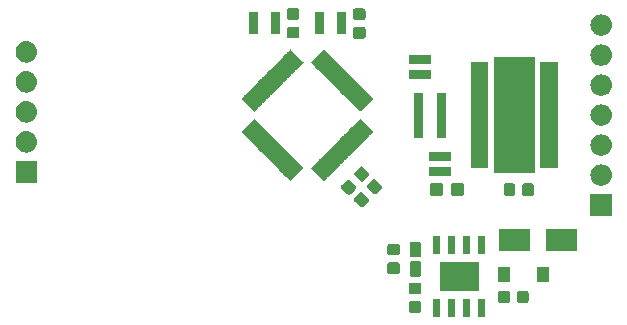
<source format=gbr>
G04 #@! TF.GenerationSoftware,KiCad,Pcbnew,(5.1.4)-1*
G04 #@! TF.CreationDate,2020-02-27T11:32:08-05:00*
G04 #@! TF.ProjectId,MotorcycleSwitch,4d6f746f-7263-4796-936c-655377697463,rev?*
G04 #@! TF.SameCoordinates,Original*
G04 #@! TF.FileFunction,Soldermask,Top*
G04 #@! TF.FilePolarity,Negative*
%FSLAX46Y46*%
G04 Gerber Fmt 4.6, Leading zero omitted, Abs format (unit mm)*
G04 Created by KiCad (PCBNEW (5.1.4)-1) date 2020-02-27 11:32:08*
%MOMM*%
%LPD*%
G04 APERTURE LIST*
%ADD10C,0.152400*%
%ADD11C,0.100000*%
G04 APERTURE END LIST*
D10*
X164475895Y-103752570D02*
X164475001Y-103743500D01*
X164478541Y-103761295D02*
X164475895Y-103752570D01*
X164482836Y-103769334D02*
X164478541Y-103761295D01*
X164488620Y-103776380D02*
X164482836Y-103769334D01*
X164495666Y-103782164D02*
X164488620Y-103776380D01*
X164503705Y-103786459D02*
X164495666Y-103782164D01*
X164512430Y-103789106D02*
X164503705Y-103786459D01*
X164521500Y-103790000D02*
X164512430Y-103789106D01*
X167528500Y-103790000D02*
X164521500Y-103790000D01*
X167537570Y-103789106D02*
X167528500Y-103790000D01*
X167546295Y-103786459D02*
X167537570Y-103789106D01*
X167554334Y-103782164D02*
X167546295Y-103786459D01*
X167561380Y-103776380D02*
X167554334Y-103782164D01*
X167567164Y-103769334D02*
X167561380Y-103776380D01*
X167571459Y-103761295D02*
X167567164Y-103769334D01*
X167574105Y-103752570D02*
X167571459Y-103761295D01*
X167574999Y-103743500D02*
X167574105Y-103752570D01*
X167574999Y-98656500D02*
X167574999Y-103743500D01*
X167574105Y-98647430D02*
X167574999Y-98656500D01*
X167571459Y-98638705D02*
X167574105Y-98647430D01*
X167567164Y-98630666D02*
X167571459Y-98638705D01*
X167561380Y-98623620D02*
X167567164Y-98630666D01*
X167554334Y-98617836D02*
X167561380Y-98623620D01*
X167546295Y-98613541D02*
X167554334Y-98617836D01*
X167537570Y-98610894D02*
X167546295Y-98613541D01*
X167528500Y-98610000D02*
X167537570Y-98610894D01*
X164521500Y-98610000D02*
X167528500Y-98610000D01*
X164512430Y-98610894D02*
X164521500Y-98610000D01*
X164503705Y-98613541D02*
X164512430Y-98610894D01*
X164495666Y-98617836D02*
X164503705Y-98613541D01*
X164488620Y-98623620D02*
X164495666Y-98617836D01*
X164482836Y-98630666D02*
X164488620Y-98623620D01*
X164478541Y-98638705D02*
X164482836Y-98630666D01*
X164475895Y-98647430D02*
X164478541Y-98638705D01*
X164475001Y-98656500D02*
X164475895Y-98647430D01*
X164475001Y-103743500D02*
X164475001Y-98656500D01*
D11*
G36*
X163567300Y-118253800D02*
G01*
X162982700Y-118253800D01*
X162982700Y-116780200D01*
X163567300Y-116780200D01*
X163567300Y-118253800D01*
X163567300Y-118253800D01*
G37*
G36*
X162297300Y-118253800D02*
G01*
X161712700Y-118253800D01*
X161712700Y-116780200D01*
X162297300Y-116780200D01*
X162297300Y-118253800D01*
X162297300Y-118253800D01*
G37*
G36*
X159757300Y-118253800D02*
G01*
X159172700Y-118253800D01*
X159172700Y-116780200D01*
X159757300Y-116780200D01*
X159757300Y-118253800D01*
X159757300Y-118253800D01*
G37*
G36*
X161027300Y-118253800D02*
G01*
X160442700Y-118253800D01*
X160442700Y-116780200D01*
X161027300Y-116780200D01*
X161027300Y-118253800D01*
X161027300Y-118253800D01*
G37*
G36*
X157999591Y-116953085D02*
G01*
X158033569Y-116963393D01*
X158064890Y-116980134D01*
X158092339Y-117002661D01*
X158114866Y-117030110D01*
X158131607Y-117061431D01*
X158141915Y-117095409D01*
X158146000Y-117136890D01*
X158146000Y-117738110D01*
X158141915Y-117779591D01*
X158131607Y-117813569D01*
X158114866Y-117844890D01*
X158092339Y-117872339D01*
X158064890Y-117894866D01*
X158033569Y-117911607D01*
X157999591Y-117921915D01*
X157958110Y-117926000D01*
X157281890Y-117926000D01*
X157240409Y-117921915D01*
X157206431Y-117911607D01*
X157175110Y-117894866D01*
X157147661Y-117872339D01*
X157125134Y-117844890D01*
X157108393Y-117813569D01*
X157098085Y-117779591D01*
X157094000Y-117738110D01*
X157094000Y-117136890D01*
X157098085Y-117095409D01*
X157108393Y-117061431D01*
X157125134Y-117030110D01*
X157147661Y-117002661D01*
X157175110Y-116980134D01*
X157206431Y-116963393D01*
X157240409Y-116953085D01*
X157281890Y-116949000D01*
X157958110Y-116949000D01*
X157999591Y-116953085D01*
X157999591Y-116953085D01*
G37*
G36*
X167079591Y-116053085D02*
G01*
X167113569Y-116063393D01*
X167144890Y-116080134D01*
X167172339Y-116102661D01*
X167194866Y-116130110D01*
X167211607Y-116161431D01*
X167221915Y-116195409D01*
X167226000Y-116236890D01*
X167226000Y-116913110D01*
X167221915Y-116954591D01*
X167211607Y-116988569D01*
X167194866Y-117019890D01*
X167172339Y-117047339D01*
X167144890Y-117069866D01*
X167113569Y-117086607D01*
X167079591Y-117096915D01*
X167038110Y-117101000D01*
X166436890Y-117101000D01*
X166395409Y-117096915D01*
X166361431Y-117086607D01*
X166330110Y-117069866D01*
X166302661Y-117047339D01*
X166280134Y-117019890D01*
X166263393Y-116988569D01*
X166253085Y-116954591D01*
X166249000Y-116913110D01*
X166249000Y-116236890D01*
X166253085Y-116195409D01*
X166263393Y-116161431D01*
X166280134Y-116130110D01*
X166302661Y-116102661D01*
X166330110Y-116080134D01*
X166361431Y-116063393D01*
X166395409Y-116053085D01*
X166436890Y-116049000D01*
X167038110Y-116049000D01*
X167079591Y-116053085D01*
X167079591Y-116053085D01*
G37*
G36*
X165504591Y-116053085D02*
G01*
X165538569Y-116063393D01*
X165569890Y-116080134D01*
X165597339Y-116102661D01*
X165619866Y-116130110D01*
X165636607Y-116161431D01*
X165646915Y-116195409D01*
X165651000Y-116236890D01*
X165651000Y-116913110D01*
X165646915Y-116954591D01*
X165636607Y-116988569D01*
X165619866Y-117019890D01*
X165597339Y-117047339D01*
X165569890Y-117069866D01*
X165538569Y-117086607D01*
X165504591Y-117096915D01*
X165463110Y-117101000D01*
X164861890Y-117101000D01*
X164820409Y-117096915D01*
X164786431Y-117086607D01*
X164755110Y-117069866D01*
X164727661Y-117047339D01*
X164705134Y-117019890D01*
X164688393Y-116988569D01*
X164678085Y-116954591D01*
X164674000Y-116913110D01*
X164674000Y-116236890D01*
X164678085Y-116195409D01*
X164688393Y-116161431D01*
X164705134Y-116130110D01*
X164727661Y-116102661D01*
X164755110Y-116080134D01*
X164786431Y-116063393D01*
X164820409Y-116053085D01*
X164861890Y-116049000D01*
X165463110Y-116049000D01*
X165504591Y-116053085D01*
X165504591Y-116053085D01*
G37*
G36*
X157999591Y-115378085D02*
G01*
X158033569Y-115388393D01*
X158064890Y-115405134D01*
X158092339Y-115427661D01*
X158114866Y-115455110D01*
X158131607Y-115486431D01*
X158141915Y-115520409D01*
X158146000Y-115561890D01*
X158146000Y-116163110D01*
X158141915Y-116204591D01*
X158131607Y-116238569D01*
X158114866Y-116269890D01*
X158092339Y-116297339D01*
X158064890Y-116319866D01*
X158033569Y-116336607D01*
X157999591Y-116346915D01*
X157958110Y-116351000D01*
X157281890Y-116351000D01*
X157240409Y-116346915D01*
X157206431Y-116336607D01*
X157175110Y-116319866D01*
X157147661Y-116297339D01*
X157125134Y-116269890D01*
X157108393Y-116238569D01*
X157098085Y-116204591D01*
X157094000Y-116163110D01*
X157094000Y-115561890D01*
X157098085Y-115520409D01*
X157108393Y-115486431D01*
X157125134Y-115455110D01*
X157147661Y-115427661D01*
X157175110Y-115405134D01*
X157206431Y-115388393D01*
X157240409Y-115378085D01*
X157281890Y-115374000D01*
X157958110Y-115374000D01*
X157999591Y-115378085D01*
X157999591Y-115378085D01*
G37*
G36*
X163021200Y-116107500D02*
G01*
X159718800Y-116107500D01*
X159718800Y-113592500D01*
X163021200Y-113592500D01*
X163021200Y-116107500D01*
X163021200Y-116107500D01*
G37*
G36*
X165651000Y-115326000D02*
G01*
X164649000Y-115326000D01*
X164649000Y-114024000D01*
X165651000Y-114024000D01*
X165651000Y-115326000D01*
X165651000Y-115326000D01*
G37*
G36*
X168951000Y-115326000D02*
G01*
X167949000Y-115326000D01*
X167949000Y-114024000D01*
X168951000Y-114024000D01*
X168951000Y-115326000D01*
X168951000Y-115326000D01*
G37*
G36*
X157974618Y-113542965D02*
G01*
X158007433Y-113552919D01*
X158037665Y-113569079D01*
X158064170Y-113590830D01*
X158085921Y-113617335D01*
X158102081Y-113647567D01*
X158112035Y-113680382D01*
X158116000Y-113720640D01*
X158116000Y-114684360D01*
X158112035Y-114724618D01*
X158102081Y-114757433D01*
X158085921Y-114787665D01*
X158064170Y-114814170D01*
X158037665Y-114835921D01*
X158007433Y-114852081D01*
X157974618Y-114862035D01*
X157934360Y-114866000D01*
X157345640Y-114866000D01*
X157305382Y-114862035D01*
X157272567Y-114852081D01*
X157242335Y-114835921D01*
X157215830Y-114814170D01*
X157194079Y-114787665D01*
X157177919Y-114757433D01*
X157167965Y-114724618D01*
X157164000Y-114684360D01*
X157164000Y-113720640D01*
X157167965Y-113680382D01*
X157177919Y-113647567D01*
X157194079Y-113617335D01*
X157215830Y-113590830D01*
X157242335Y-113569079D01*
X157272567Y-113552919D01*
X157305382Y-113542965D01*
X157345640Y-113539000D01*
X157934360Y-113539000D01*
X157974618Y-113542965D01*
X157974618Y-113542965D01*
G37*
G36*
X156179591Y-113663085D02*
G01*
X156213569Y-113673393D01*
X156244890Y-113690134D01*
X156272339Y-113712661D01*
X156294866Y-113740110D01*
X156311607Y-113771431D01*
X156321915Y-113805409D01*
X156326000Y-113846890D01*
X156326000Y-114448110D01*
X156321915Y-114489591D01*
X156311607Y-114523569D01*
X156294866Y-114554890D01*
X156272339Y-114582339D01*
X156244890Y-114604866D01*
X156213569Y-114621607D01*
X156179591Y-114631915D01*
X156138110Y-114636000D01*
X155461890Y-114636000D01*
X155420409Y-114631915D01*
X155386431Y-114621607D01*
X155355110Y-114604866D01*
X155327661Y-114582339D01*
X155305134Y-114554890D01*
X155288393Y-114523569D01*
X155278085Y-114489591D01*
X155274000Y-114448110D01*
X155274000Y-113846890D01*
X155278085Y-113805409D01*
X155288393Y-113771431D01*
X155305134Y-113740110D01*
X155327661Y-113712661D01*
X155355110Y-113690134D01*
X155386431Y-113673393D01*
X155420409Y-113663085D01*
X155461890Y-113659000D01*
X156138110Y-113659000D01*
X156179591Y-113663085D01*
X156179591Y-113663085D01*
G37*
G36*
X157974618Y-111917965D02*
G01*
X158007433Y-111927919D01*
X158037665Y-111944079D01*
X158064170Y-111965830D01*
X158085921Y-111992335D01*
X158102081Y-112022567D01*
X158112035Y-112055382D01*
X158116000Y-112095640D01*
X158116000Y-113059360D01*
X158112035Y-113099618D01*
X158102081Y-113132433D01*
X158085921Y-113162665D01*
X158064170Y-113189170D01*
X158037665Y-113210921D01*
X158007433Y-113227081D01*
X157974618Y-113237035D01*
X157934360Y-113241000D01*
X157345640Y-113241000D01*
X157305382Y-113237035D01*
X157272567Y-113227081D01*
X157242335Y-113210921D01*
X157215830Y-113189170D01*
X157194079Y-113162665D01*
X157177919Y-113132433D01*
X157167965Y-113099618D01*
X157164000Y-113059360D01*
X157164000Y-112095640D01*
X157167965Y-112055382D01*
X157177919Y-112022567D01*
X157194079Y-111992335D01*
X157215830Y-111965830D01*
X157242335Y-111944079D01*
X157272567Y-111927919D01*
X157305382Y-111917965D01*
X157345640Y-111914000D01*
X157934360Y-111914000D01*
X157974618Y-111917965D01*
X157974618Y-111917965D01*
G37*
G36*
X156179591Y-112088085D02*
G01*
X156213569Y-112098393D01*
X156244890Y-112115134D01*
X156272339Y-112137661D01*
X156294866Y-112165110D01*
X156311607Y-112196431D01*
X156321915Y-112230409D01*
X156326000Y-112271890D01*
X156326000Y-112873110D01*
X156321915Y-112914591D01*
X156311607Y-112948569D01*
X156294866Y-112979890D01*
X156272339Y-113007339D01*
X156244890Y-113029866D01*
X156213569Y-113046607D01*
X156179591Y-113056915D01*
X156138110Y-113061000D01*
X155461890Y-113061000D01*
X155420409Y-113056915D01*
X155386431Y-113046607D01*
X155355110Y-113029866D01*
X155327661Y-113007339D01*
X155305134Y-112979890D01*
X155288393Y-112948569D01*
X155278085Y-112914591D01*
X155274000Y-112873110D01*
X155274000Y-112271890D01*
X155278085Y-112230409D01*
X155288393Y-112196431D01*
X155305134Y-112165110D01*
X155327661Y-112137661D01*
X155355110Y-112115134D01*
X155386431Y-112098393D01*
X155420409Y-112088085D01*
X155461890Y-112084000D01*
X156138110Y-112084000D01*
X156179591Y-112088085D01*
X156179591Y-112088085D01*
G37*
G36*
X162297300Y-112919800D02*
G01*
X161712700Y-112919800D01*
X161712700Y-111446200D01*
X162297300Y-111446200D01*
X162297300Y-112919800D01*
X162297300Y-112919800D01*
G37*
G36*
X159757300Y-112919800D02*
G01*
X159172700Y-112919800D01*
X159172700Y-111446200D01*
X159757300Y-111446200D01*
X159757300Y-112919800D01*
X159757300Y-112919800D01*
G37*
G36*
X163567300Y-112919800D02*
G01*
X162982700Y-112919800D01*
X162982700Y-111446200D01*
X163567300Y-111446200D01*
X163567300Y-112919800D01*
X163567300Y-112919800D01*
G37*
G36*
X161027300Y-112919800D02*
G01*
X160442700Y-112919800D01*
X160442700Y-111446200D01*
X161027300Y-111446200D01*
X161027300Y-112919800D01*
X161027300Y-112919800D01*
G37*
G36*
X171351000Y-112701000D02*
G01*
X168749000Y-112701000D01*
X168749000Y-110799000D01*
X171351000Y-110799000D01*
X171351000Y-112701000D01*
X171351000Y-112701000D01*
G37*
G36*
X167351000Y-112701000D02*
G01*
X164749000Y-112701000D01*
X164749000Y-110799000D01*
X167351000Y-110799000D01*
X167351000Y-112701000D01*
X167351000Y-112701000D01*
G37*
G36*
X174276000Y-109701000D02*
G01*
X172474000Y-109701000D01*
X172474000Y-107899000D01*
X174276000Y-107899000D01*
X174276000Y-109701000D01*
X174276000Y-109701000D01*
G37*
G36*
X153084977Y-107726855D02*
G01*
X153118955Y-107737163D01*
X153150276Y-107753904D01*
X153182490Y-107780342D01*
X153222341Y-107820193D01*
X153222347Y-107820198D01*
X153620802Y-108218653D01*
X153620807Y-108218659D01*
X153660658Y-108258510D01*
X153687096Y-108290724D01*
X153703837Y-108322045D01*
X153714145Y-108356023D01*
X153717625Y-108391364D01*
X153714145Y-108426705D01*
X153703837Y-108460683D01*
X153687096Y-108492004D01*
X153660658Y-108524218D01*
X153620807Y-108564069D01*
X153620802Y-108564075D01*
X153275381Y-108909496D01*
X153275375Y-108909501D01*
X153235524Y-108949352D01*
X153203310Y-108975790D01*
X153171989Y-108992531D01*
X153138011Y-109002839D01*
X153102670Y-109006319D01*
X153067329Y-109002839D01*
X153033351Y-108992531D01*
X153002030Y-108975790D01*
X152969816Y-108949352D01*
X152929965Y-108909501D01*
X152929959Y-108909496D01*
X152531504Y-108511041D01*
X152531499Y-108511035D01*
X152491648Y-108471184D01*
X152465210Y-108438970D01*
X152448469Y-108407649D01*
X152438161Y-108373671D01*
X152434681Y-108338330D01*
X152438161Y-108302989D01*
X152448469Y-108269011D01*
X152465210Y-108237690D01*
X152491648Y-108205476D01*
X152531499Y-108165625D01*
X152531504Y-108165619D01*
X152876925Y-107820198D01*
X152876931Y-107820193D01*
X152916782Y-107780342D01*
X152948996Y-107753904D01*
X152980317Y-107737163D01*
X153014295Y-107726855D01*
X153049636Y-107723375D01*
X153084977Y-107726855D01*
X153084977Y-107726855D01*
G37*
G36*
X167529591Y-106978085D02*
G01*
X167563569Y-106988393D01*
X167594890Y-107005134D01*
X167622339Y-107027661D01*
X167644866Y-107055110D01*
X167661607Y-107086431D01*
X167671915Y-107120409D01*
X167676000Y-107161890D01*
X167676000Y-107838110D01*
X167671915Y-107879591D01*
X167661607Y-107913569D01*
X167644866Y-107944890D01*
X167622339Y-107972339D01*
X167594890Y-107994866D01*
X167563569Y-108011607D01*
X167529591Y-108021915D01*
X167488110Y-108026000D01*
X166886890Y-108026000D01*
X166845409Y-108021915D01*
X166811431Y-108011607D01*
X166780110Y-107994866D01*
X166752661Y-107972339D01*
X166730134Y-107944890D01*
X166713393Y-107913569D01*
X166703085Y-107879591D01*
X166699000Y-107838110D01*
X166699000Y-107161890D01*
X166703085Y-107120409D01*
X166713393Y-107086431D01*
X166730134Y-107055110D01*
X166752661Y-107027661D01*
X166780110Y-107005134D01*
X166811431Y-106988393D01*
X166845409Y-106978085D01*
X166886890Y-106974000D01*
X167488110Y-106974000D01*
X167529591Y-106978085D01*
X167529591Y-106978085D01*
G37*
G36*
X165954591Y-106978085D02*
G01*
X165988569Y-106988393D01*
X166019890Y-107005134D01*
X166047339Y-107027661D01*
X166069866Y-107055110D01*
X166086607Y-107086431D01*
X166096915Y-107120409D01*
X166101000Y-107161890D01*
X166101000Y-107838110D01*
X166096915Y-107879591D01*
X166086607Y-107913569D01*
X166069866Y-107944890D01*
X166047339Y-107972339D01*
X166019890Y-107994866D01*
X165988569Y-108011607D01*
X165954591Y-108021915D01*
X165913110Y-108026000D01*
X165311890Y-108026000D01*
X165270409Y-108021915D01*
X165236431Y-108011607D01*
X165205110Y-107994866D01*
X165177661Y-107972339D01*
X165155134Y-107944890D01*
X165138393Y-107913569D01*
X165128085Y-107879591D01*
X165124000Y-107838110D01*
X165124000Y-107161890D01*
X165128085Y-107120409D01*
X165138393Y-107086431D01*
X165155134Y-107055110D01*
X165177661Y-107027661D01*
X165205110Y-107005134D01*
X165236431Y-106988393D01*
X165270409Y-106978085D01*
X165311890Y-106974000D01*
X165913110Y-106974000D01*
X165954591Y-106978085D01*
X165954591Y-106978085D01*
G37*
G36*
X159864499Y-106953445D02*
G01*
X159901995Y-106964820D01*
X159936554Y-106983292D01*
X159966847Y-107008153D01*
X159991708Y-107038446D01*
X160010180Y-107073005D01*
X160021555Y-107110501D01*
X160026000Y-107155638D01*
X160026000Y-107794362D01*
X160021555Y-107839499D01*
X160010180Y-107876995D01*
X159991708Y-107911554D01*
X159966847Y-107941847D01*
X159936554Y-107966708D01*
X159901995Y-107985180D01*
X159864499Y-107996555D01*
X159819362Y-108001000D01*
X159080638Y-108001000D01*
X159035501Y-107996555D01*
X158998005Y-107985180D01*
X158963446Y-107966708D01*
X158933153Y-107941847D01*
X158908292Y-107911554D01*
X158889820Y-107876995D01*
X158878445Y-107839499D01*
X158874000Y-107794362D01*
X158874000Y-107155638D01*
X158878445Y-107110501D01*
X158889820Y-107073005D01*
X158908292Y-107038446D01*
X158933153Y-107008153D01*
X158963446Y-106983292D01*
X158998005Y-106964820D01*
X159035501Y-106953445D01*
X159080638Y-106949000D01*
X159819362Y-106949000D01*
X159864499Y-106953445D01*
X159864499Y-106953445D01*
G37*
G36*
X161614499Y-106953445D02*
G01*
X161651995Y-106964820D01*
X161686554Y-106983292D01*
X161716847Y-107008153D01*
X161741708Y-107038446D01*
X161760180Y-107073005D01*
X161771555Y-107110501D01*
X161776000Y-107155638D01*
X161776000Y-107794362D01*
X161771555Y-107839499D01*
X161760180Y-107876995D01*
X161741708Y-107911554D01*
X161716847Y-107941847D01*
X161686554Y-107966708D01*
X161651995Y-107985180D01*
X161614499Y-107996555D01*
X161569362Y-108001000D01*
X160830638Y-108001000D01*
X160785501Y-107996555D01*
X160748005Y-107985180D01*
X160713446Y-107966708D01*
X160683153Y-107941847D01*
X160658292Y-107911554D01*
X160639820Y-107876995D01*
X160628445Y-107839499D01*
X160624000Y-107794362D01*
X160624000Y-107155638D01*
X160628445Y-107110501D01*
X160639820Y-107073005D01*
X160658292Y-107038446D01*
X160683153Y-107008153D01*
X160713446Y-106983292D01*
X160748005Y-106964820D01*
X160785501Y-106953445D01*
X160830638Y-106949000D01*
X161569362Y-106949000D01*
X161614499Y-106953445D01*
X161614499Y-106953445D01*
G37*
G36*
X151984977Y-106651855D02*
G01*
X152018955Y-106662163D01*
X152050276Y-106678904D01*
X152082490Y-106705342D01*
X152122341Y-106745193D01*
X152122347Y-106745198D01*
X152520802Y-107143653D01*
X152520807Y-107143659D01*
X152560658Y-107183510D01*
X152587096Y-107215724D01*
X152603837Y-107247045D01*
X152614145Y-107281023D01*
X152617625Y-107316364D01*
X152614145Y-107351705D01*
X152603837Y-107385683D01*
X152587096Y-107417004D01*
X152560658Y-107449218D01*
X152520807Y-107489069D01*
X152520802Y-107489075D01*
X152175381Y-107834496D01*
X152175375Y-107834501D01*
X152135524Y-107874352D01*
X152103310Y-107900790D01*
X152071989Y-107917531D01*
X152038011Y-107927839D01*
X152002670Y-107931319D01*
X151967329Y-107927839D01*
X151933351Y-107917531D01*
X151902030Y-107900790D01*
X151869816Y-107874352D01*
X151829965Y-107834501D01*
X151829959Y-107834496D01*
X151431504Y-107436041D01*
X151431499Y-107436035D01*
X151391648Y-107396184D01*
X151365210Y-107363970D01*
X151348469Y-107332649D01*
X151338161Y-107298671D01*
X151334681Y-107263330D01*
X151338161Y-107227989D01*
X151348469Y-107194011D01*
X151365210Y-107162690D01*
X151391648Y-107130476D01*
X151431499Y-107090625D01*
X151431504Y-107090619D01*
X151776925Y-106745198D01*
X151776931Y-106745193D01*
X151816782Y-106705342D01*
X151848996Y-106678904D01*
X151880317Y-106662163D01*
X151914295Y-106651855D01*
X151949636Y-106648375D01*
X151984977Y-106651855D01*
X151984977Y-106651855D01*
G37*
G36*
X154198671Y-106613161D02*
G01*
X154232649Y-106623469D01*
X154263970Y-106640210D01*
X154296184Y-106666648D01*
X154336035Y-106706499D01*
X154336041Y-106706504D01*
X154734496Y-107104959D01*
X154734501Y-107104965D01*
X154774352Y-107144816D01*
X154800790Y-107177030D01*
X154817531Y-107208351D01*
X154827839Y-107242329D01*
X154831319Y-107277670D01*
X154827839Y-107313011D01*
X154817531Y-107346989D01*
X154800790Y-107378310D01*
X154774352Y-107410524D01*
X154734501Y-107450375D01*
X154734496Y-107450381D01*
X154389075Y-107795802D01*
X154389069Y-107795807D01*
X154349218Y-107835658D01*
X154317004Y-107862096D01*
X154285683Y-107878837D01*
X154251705Y-107889145D01*
X154216364Y-107892625D01*
X154181023Y-107889145D01*
X154147045Y-107878837D01*
X154115724Y-107862096D01*
X154083510Y-107835658D01*
X154043659Y-107795807D01*
X154043653Y-107795802D01*
X153645198Y-107397347D01*
X153645193Y-107397341D01*
X153605342Y-107357490D01*
X153578904Y-107325276D01*
X153562163Y-107293955D01*
X153551855Y-107259977D01*
X153548375Y-107224636D01*
X153551855Y-107189295D01*
X153562163Y-107155317D01*
X153578904Y-107123996D01*
X153605342Y-107091782D01*
X153645193Y-107051931D01*
X153645198Y-107051925D01*
X153990619Y-106706504D01*
X153990625Y-106706499D01*
X154030476Y-106666648D01*
X154062690Y-106640210D01*
X154094011Y-106623469D01*
X154127989Y-106613161D01*
X154163330Y-106609681D01*
X154198671Y-106613161D01*
X154198671Y-106613161D01*
G37*
G36*
X173485442Y-105365518D02*
G01*
X173551627Y-105372037D01*
X173721466Y-105423557D01*
X173721468Y-105423558D01*
X173757168Y-105442640D01*
X173877991Y-105507222D01*
X173885889Y-105513704D01*
X174015186Y-105619814D01*
X174083996Y-105703661D01*
X174127778Y-105757009D01*
X174211443Y-105913534D01*
X174262963Y-106083373D01*
X174280359Y-106260000D01*
X174262963Y-106436627D01*
X174211443Y-106606466D01*
X174127778Y-106762991D01*
X174121030Y-106771213D01*
X174015186Y-106900186D01*
X173913920Y-106983292D01*
X173877991Y-107012778D01*
X173721466Y-107096443D01*
X173551627Y-107147963D01*
X173485442Y-107154482D01*
X173419260Y-107161000D01*
X173330740Y-107161000D01*
X173264558Y-107154482D01*
X173198373Y-107147963D01*
X173028534Y-107096443D01*
X172872009Y-107012778D01*
X172836080Y-106983292D01*
X172734814Y-106900186D01*
X172628970Y-106771213D01*
X172622222Y-106762991D01*
X172538557Y-106606466D01*
X172487037Y-106436627D01*
X172469641Y-106260000D01*
X172487037Y-106083373D01*
X172538557Y-105913534D01*
X172622222Y-105757009D01*
X172666004Y-105703661D01*
X172734814Y-105619814D01*
X172864111Y-105513704D01*
X172872009Y-105507222D01*
X172992832Y-105442640D01*
X173028532Y-105423558D01*
X173028534Y-105423557D01*
X173198373Y-105372037D01*
X173264558Y-105365518D01*
X173330740Y-105359000D01*
X173419260Y-105359000D01*
X173485442Y-105365518D01*
X173485442Y-105365518D01*
G37*
G36*
X125601000Y-106901000D02*
G01*
X123799000Y-106901000D01*
X123799000Y-105099000D01*
X125601000Y-105099000D01*
X125601000Y-106901000D01*
X125601000Y-106901000D01*
G37*
G36*
X153098671Y-105538161D02*
G01*
X153132649Y-105548469D01*
X153163970Y-105565210D01*
X153196184Y-105591648D01*
X153236035Y-105631499D01*
X153236041Y-105631504D01*
X153634496Y-106029959D01*
X153634501Y-106029965D01*
X153674352Y-106069816D01*
X153700790Y-106102030D01*
X153717531Y-106133351D01*
X153727839Y-106167329D01*
X153731319Y-106202670D01*
X153727839Y-106238011D01*
X153717531Y-106271989D01*
X153700790Y-106303310D01*
X153674352Y-106335524D01*
X153634501Y-106375375D01*
X153634496Y-106375381D01*
X153289075Y-106720802D01*
X153289069Y-106720807D01*
X153249218Y-106760658D01*
X153217004Y-106787096D01*
X153185683Y-106803837D01*
X153151705Y-106814145D01*
X153116364Y-106817625D01*
X153081023Y-106814145D01*
X153047045Y-106803837D01*
X153015724Y-106787096D01*
X152983510Y-106760658D01*
X152943659Y-106720807D01*
X152943653Y-106720802D01*
X152545198Y-106322347D01*
X152545193Y-106322341D01*
X152505342Y-106282490D01*
X152478904Y-106250276D01*
X152462163Y-106218955D01*
X152451855Y-106184977D01*
X152448375Y-106149636D01*
X152451855Y-106114295D01*
X152462163Y-106080317D01*
X152478904Y-106048996D01*
X152505342Y-106016782D01*
X152545193Y-105976931D01*
X152545198Y-105976925D01*
X152890619Y-105631504D01*
X152890625Y-105631499D01*
X152930476Y-105591648D01*
X152962690Y-105565210D01*
X152994011Y-105548469D01*
X153027989Y-105538161D01*
X153063330Y-105534681D01*
X153098671Y-105538161D01*
X153098671Y-105538161D01*
G37*
G36*
X152979746Y-101516169D02*
G01*
X152986761Y-101518297D01*
X152993227Y-101521754D01*
X153003661Y-101530316D01*
X154056348Y-102583003D01*
X154064910Y-102593437D01*
X154068367Y-102599903D01*
X154070495Y-102606918D01*
X154071213Y-102614213D01*
X154070495Y-102621508D01*
X154068367Y-102628523D01*
X154064910Y-102634989D01*
X154056348Y-102645423D01*
X153834511Y-102867260D01*
X153824077Y-102875822D01*
X153817610Y-102879279D01*
X153802674Y-102883810D01*
X153780035Y-102893187D01*
X153759661Y-102906801D01*
X153742334Y-102924128D01*
X153728720Y-102944503D01*
X153719344Y-102967140D01*
X153714813Y-102982076D01*
X153711356Y-102988543D01*
X153702794Y-102998977D01*
X153480957Y-103220814D01*
X153470523Y-103229376D01*
X153464057Y-103232833D01*
X153449120Y-103237364D01*
X153426481Y-103246742D01*
X153406107Y-103260356D01*
X153388780Y-103277683D01*
X153375167Y-103298058D01*
X153365791Y-103320693D01*
X153361260Y-103335630D01*
X153357803Y-103342096D01*
X153349241Y-103352530D01*
X153127404Y-103574367D01*
X153116970Y-103582929D01*
X153110503Y-103586386D01*
X153095567Y-103590917D01*
X153072928Y-103600294D01*
X153052554Y-103613908D01*
X153035227Y-103631235D01*
X153021613Y-103651610D01*
X153012237Y-103674247D01*
X153007706Y-103689183D01*
X153004249Y-103695650D01*
X152995687Y-103706084D01*
X152773850Y-103927921D01*
X152763416Y-103936483D01*
X152756950Y-103939940D01*
X152742013Y-103944471D01*
X152719374Y-103953849D01*
X152699000Y-103967463D01*
X152681673Y-103984790D01*
X152668060Y-104005165D01*
X152658684Y-104027800D01*
X152654153Y-104042737D01*
X152650696Y-104049203D01*
X152642134Y-104059637D01*
X152420297Y-104281474D01*
X152409863Y-104290036D01*
X152403397Y-104293493D01*
X152388460Y-104298024D01*
X152365821Y-104307402D01*
X152345447Y-104321016D01*
X152328120Y-104338343D01*
X152314507Y-104358718D01*
X152305131Y-104381353D01*
X152300600Y-104396290D01*
X152297143Y-104402756D01*
X152288581Y-104413190D01*
X152066744Y-104635027D01*
X152056310Y-104643589D01*
X152049843Y-104647046D01*
X152034907Y-104651577D01*
X152012268Y-104660954D01*
X151991894Y-104674568D01*
X151974567Y-104691895D01*
X151960953Y-104712270D01*
X151951577Y-104734907D01*
X151947046Y-104749843D01*
X151943589Y-104756310D01*
X151935027Y-104766744D01*
X151713190Y-104988581D01*
X151702756Y-104997143D01*
X151696290Y-105000600D01*
X151681353Y-105005131D01*
X151658714Y-105014509D01*
X151638340Y-105028123D01*
X151621013Y-105045450D01*
X151607400Y-105065825D01*
X151598024Y-105088460D01*
X151593493Y-105103397D01*
X151590036Y-105109863D01*
X151581474Y-105120297D01*
X151359637Y-105342134D01*
X151349203Y-105350696D01*
X151342737Y-105354153D01*
X151327800Y-105358684D01*
X151305161Y-105368062D01*
X151284787Y-105381676D01*
X151267460Y-105399003D01*
X151253847Y-105419378D01*
X151244471Y-105442013D01*
X151239940Y-105456950D01*
X151236483Y-105463416D01*
X151227921Y-105473850D01*
X151006084Y-105695687D01*
X150995650Y-105704249D01*
X150989183Y-105707706D01*
X150974247Y-105712237D01*
X150951608Y-105721614D01*
X150931234Y-105735228D01*
X150913907Y-105752555D01*
X150900293Y-105772930D01*
X150890917Y-105795567D01*
X150886386Y-105810503D01*
X150882929Y-105816970D01*
X150874367Y-105827404D01*
X150652530Y-106049241D01*
X150642096Y-106057803D01*
X150635630Y-106061260D01*
X150620693Y-106065791D01*
X150598054Y-106075169D01*
X150577680Y-106088783D01*
X150560353Y-106106110D01*
X150546740Y-106126485D01*
X150537364Y-106149120D01*
X150532833Y-106164057D01*
X150529376Y-106170523D01*
X150520814Y-106180957D01*
X150298977Y-106402794D01*
X150288543Y-106411356D01*
X150282076Y-106414813D01*
X150267140Y-106419344D01*
X150244501Y-106428721D01*
X150224127Y-106442335D01*
X150206800Y-106459662D01*
X150193186Y-106480037D01*
X150183810Y-106502674D01*
X150179279Y-106517610D01*
X150175822Y-106524077D01*
X150167260Y-106534511D01*
X149945423Y-106756348D01*
X149934989Y-106764910D01*
X149928523Y-106768367D01*
X149921508Y-106770495D01*
X149914213Y-106771213D01*
X149906918Y-106770495D01*
X149899903Y-106768367D01*
X149893437Y-106764910D01*
X149883003Y-106756348D01*
X148830316Y-105703661D01*
X148821754Y-105693227D01*
X148818297Y-105686761D01*
X148816169Y-105679746D01*
X148815451Y-105672451D01*
X148816169Y-105665156D01*
X148818297Y-105658141D01*
X148821754Y-105651675D01*
X148830316Y-105641241D01*
X149052153Y-105419404D01*
X149062587Y-105410842D01*
X149069054Y-105407385D01*
X149083990Y-105402854D01*
X149106629Y-105393477D01*
X149127003Y-105379863D01*
X149144330Y-105362536D01*
X149157944Y-105342161D01*
X149167320Y-105319524D01*
X149171851Y-105304588D01*
X149175308Y-105298121D01*
X149183870Y-105287687D01*
X149405707Y-105065850D01*
X149416141Y-105057288D01*
X149422607Y-105053831D01*
X149437544Y-105049300D01*
X149460183Y-105039922D01*
X149480557Y-105026308D01*
X149497884Y-105008981D01*
X149511497Y-104988606D01*
X149520873Y-104965971D01*
X149525404Y-104951034D01*
X149528861Y-104944568D01*
X149537423Y-104934134D01*
X149759260Y-104712297D01*
X149769694Y-104703735D01*
X149776161Y-104700278D01*
X149791097Y-104695747D01*
X149813736Y-104686370D01*
X149834110Y-104672756D01*
X149851437Y-104655429D01*
X149865051Y-104635054D01*
X149874427Y-104612417D01*
X149878958Y-104597481D01*
X149882415Y-104591014D01*
X149890977Y-104580580D01*
X150112814Y-104358743D01*
X150123248Y-104350181D01*
X150129714Y-104346724D01*
X150144651Y-104342193D01*
X150167290Y-104332815D01*
X150187664Y-104319201D01*
X150204991Y-104301874D01*
X150218604Y-104281499D01*
X150227980Y-104258864D01*
X150232511Y-104243927D01*
X150235968Y-104237461D01*
X150244530Y-104227027D01*
X150466367Y-104005190D01*
X150476801Y-103996628D01*
X150483267Y-103993171D01*
X150498204Y-103988640D01*
X150520843Y-103979262D01*
X150541217Y-103965648D01*
X150558544Y-103948321D01*
X150572157Y-103927946D01*
X150581533Y-103905311D01*
X150586064Y-103890374D01*
X150589521Y-103883908D01*
X150598083Y-103873474D01*
X150819920Y-103651637D01*
X150830354Y-103643075D01*
X150836821Y-103639618D01*
X150851757Y-103635087D01*
X150874396Y-103625710D01*
X150894770Y-103612096D01*
X150912097Y-103594769D01*
X150925711Y-103574394D01*
X150935087Y-103551757D01*
X150939618Y-103536821D01*
X150943075Y-103530354D01*
X150951637Y-103519920D01*
X151173474Y-103298083D01*
X151183908Y-103289521D01*
X151190374Y-103286064D01*
X151205311Y-103281533D01*
X151227950Y-103272155D01*
X151248324Y-103258541D01*
X151265651Y-103241214D01*
X151279264Y-103220839D01*
X151288640Y-103198204D01*
X151293171Y-103183267D01*
X151296628Y-103176801D01*
X151305190Y-103166367D01*
X151527027Y-102944530D01*
X151537461Y-102935968D01*
X151543927Y-102932511D01*
X151558864Y-102927980D01*
X151581503Y-102918602D01*
X151601877Y-102904988D01*
X151619204Y-102887661D01*
X151632817Y-102867286D01*
X151642193Y-102844651D01*
X151646724Y-102829714D01*
X151650181Y-102823248D01*
X151658743Y-102812814D01*
X151880580Y-102590977D01*
X151891014Y-102582415D01*
X151897481Y-102578958D01*
X151912417Y-102574427D01*
X151935056Y-102565050D01*
X151955430Y-102551436D01*
X151972757Y-102534109D01*
X151986371Y-102513734D01*
X151995747Y-102491097D01*
X152000278Y-102476161D01*
X152003735Y-102469694D01*
X152012297Y-102459260D01*
X152234134Y-102237423D01*
X152244568Y-102228861D01*
X152251034Y-102225404D01*
X152265971Y-102220873D01*
X152288610Y-102211495D01*
X152308984Y-102197881D01*
X152326311Y-102180554D01*
X152339924Y-102160179D01*
X152349300Y-102137544D01*
X152353831Y-102122607D01*
X152357288Y-102116141D01*
X152365850Y-102105707D01*
X152587687Y-101883870D01*
X152598121Y-101875308D01*
X152604588Y-101871851D01*
X152619524Y-101867320D01*
X152642163Y-101857943D01*
X152662537Y-101844329D01*
X152679864Y-101827002D01*
X152693478Y-101806627D01*
X152702854Y-101783990D01*
X152707385Y-101769054D01*
X152710842Y-101762587D01*
X152719404Y-101752153D01*
X152941241Y-101530316D01*
X152951675Y-101521754D01*
X152958141Y-101518297D01*
X152965156Y-101516169D01*
X152972451Y-101515451D01*
X152979746Y-101516169D01*
X152979746Y-101516169D01*
G37*
G36*
X144034844Y-101516169D02*
G01*
X144041859Y-101518297D01*
X144048325Y-101521754D01*
X144058759Y-101530316D01*
X144280596Y-101752153D01*
X144289158Y-101762587D01*
X144292615Y-101769054D01*
X144297146Y-101783990D01*
X144306523Y-101806629D01*
X144320137Y-101827003D01*
X144337464Y-101844330D01*
X144357839Y-101857944D01*
X144380476Y-101867320D01*
X144395412Y-101871851D01*
X144401879Y-101875308D01*
X144412313Y-101883870D01*
X144634150Y-102105707D01*
X144642712Y-102116141D01*
X144646169Y-102122607D01*
X144650700Y-102137544D01*
X144660078Y-102160183D01*
X144673692Y-102180557D01*
X144691019Y-102197884D01*
X144711394Y-102211497D01*
X144734029Y-102220873D01*
X144748966Y-102225404D01*
X144755432Y-102228861D01*
X144765866Y-102237423D01*
X144987703Y-102459260D01*
X144996265Y-102469694D01*
X144999722Y-102476161D01*
X145004253Y-102491097D01*
X145013630Y-102513736D01*
X145027244Y-102534110D01*
X145044571Y-102551437D01*
X145064946Y-102565051D01*
X145087583Y-102574427D01*
X145102519Y-102578958D01*
X145108986Y-102582415D01*
X145119420Y-102590977D01*
X145341257Y-102812814D01*
X145349819Y-102823248D01*
X145353276Y-102829714D01*
X145357807Y-102844651D01*
X145367185Y-102867290D01*
X145380799Y-102887664D01*
X145398126Y-102904991D01*
X145418501Y-102918604D01*
X145441136Y-102927980D01*
X145456073Y-102932511D01*
X145462539Y-102935968D01*
X145472973Y-102944530D01*
X145694810Y-103166367D01*
X145703372Y-103176801D01*
X145706829Y-103183267D01*
X145711360Y-103198204D01*
X145720738Y-103220843D01*
X145734352Y-103241217D01*
X145751679Y-103258544D01*
X145772054Y-103272157D01*
X145794689Y-103281533D01*
X145809626Y-103286064D01*
X145816092Y-103289521D01*
X145826526Y-103298083D01*
X146048363Y-103519920D01*
X146056925Y-103530354D01*
X146060382Y-103536821D01*
X146064913Y-103551757D01*
X146074290Y-103574396D01*
X146087904Y-103594770D01*
X146105231Y-103612097D01*
X146125606Y-103625711D01*
X146148243Y-103635087D01*
X146163179Y-103639618D01*
X146169646Y-103643075D01*
X146180080Y-103651637D01*
X146401917Y-103873474D01*
X146410479Y-103883908D01*
X146413936Y-103890374D01*
X146418467Y-103905311D01*
X146427845Y-103927950D01*
X146441459Y-103948324D01*
X146458786Y-103965651D01*
X146479161Y-103979264D01*
X146501796Y-103988640D01*
X146516733Y-103993171D01*
X146523199Y-103996628D01*
X146533633Y-104005190D01*
X146755470Y-104227027D01*
X146764032Y-104237461D01*
X146767489Y-104243927D01*
X146772020Y-104258864D01*
X146781398Y-104281503D01*
X146795012Y-104301877D01*
X146812339Y-104319204D01*
X146832714Y-104332817D01*
X146855349Y-104342193D01*
X146870286Y-104346724D01*
X146876752Y-104350181D01*
X146887186Y-104358743D01*
X147109023Y-104580580D01*
X147117585Y-104591014D01*
X147121042Y-104597481D01*
X147125573Y-104612417D01*
X147134950Y-104635056D01*
X147148564Y-104655430D01*
X147165891Y-104672757D01*
X147186266Y-104686371D01*
X147208903Y-104695747D01*
X147223839Y-104700278D01*
X147230306Y-104703735D01*
X147240740Y-104712297D01*
X147462577Y-104934134D01*
X147471139Y-104944568D01*
X147474596Y-104951034D01*
X147479127Y-104965971D01*
X147488505Y-104988610D01*
X147502119Y-105008984D01*
X147519446Y-105026311D01*
X147539821Y-105039924D01*
X147562456Y-105049300D01*
X147577393Y-105053831D01*
X147583859Y-105057288D01*
X147594293Y-105065850D01*
X147816130Y-105287687D01*
X147824692Y-105298121D01*
X147828149Y-105304588D01*
X147832680Y-105319524D01*
X147842057Y-105342163D01*
X147855671Y-105362537D01*
X147872998Y-105379864D01*
X147893373Y-105393478D01*
X147916010Y-105402854D01*
X147930946Y-105407385D01*
X147937413Y-105410842D01*
X147947847Y-105419404D01*
X148169684Y-105641241D01*
X148178246Y-105651675D01*
X148181703Y-105658141D01*
X148183831Y-105665156D01*
X148184549Y-105672451D01*
X148183831Y-105679746D01*
X148181703Y-105686761D01*
X148178246Y-105693227D01*
X148169684Y-105703661D01*
X147116997Y-106756348D01*
X147106563Y-106764910D01*
X147100097Y-106768367D01*
X147093082Y-106770495D01*
X147085787Y-106771213D01*
X147078492Y-106770495D01*
X147071477Y-106768367D01*
X147065011Y-106764910D01*
X147054577Y-106756348D01*
X146832740Y-106534511D01*
X146824178Y-106524077D01*
X146820721Y-106517610D01*
X146816190Y-106502674D01*
X146806813Y-106480035D01*
X146793199Y-106459661D01*
X146775872Y-106442334D01*
X146755497Y-106428720D01*
X146732860Y-106419344D01*
X146717924Y-106414813D01*
X146711457Y-106411356D01*
X146701023Y-106402794D01*
X146479186Y-106180957D01*
X146470624Y-106170523D01*
X146467167Y-106164057D01*
X146462636Y-106149120D01*
X146453258Y-106126481D01*
X146439644Y-106106107D01*
X146422317Y-106088780D01*
X146401942Y-106075167D01*
X146379307Y-106065791D01*
X146364370Y-106061260D01*
X146357904Y-106057803D01*
X146347470Y-106049241D01*
X146125633Y-105827404D01*
X146117071Y-105816970D01*
X146113614Y-105810503D01*
X146109083Y-105795567D01*
X146099706Y-105772928D01*
X146086092Y-105752554D01*
X146068765Y-105735227D01*
X146048390Y-105721613D01*
X146025753Y-105712237D01*
X146010817Y-105707706D01*
X146004350Y-105704249D01*
X145993916Y-105695687D01*
X145772079Y-105473850D01*
X145763517Y-105463416D01*
X145760060Y-105456950D01*
X145755529Y-105442013D01*
X145746151Y-105419374D01*
X145732537Y-105399000D01*
X145715210Y-105381673D01*
X145694835Y-105368060D01*
X145672200Y-105358684D01*
X145657263Y-105354153D01*
X145650797Y-105350696D01*
X145640363Y-105342134D01*
X145418526Y-105120297D01*
X145409964Y-105109863D01*
X145406507Y-105103397D01*
X145401976Y-105088460D01*
X145392598Y-105065821D01*
X145378984Y-105045447D01*
X145361657Y-105028120D01*
X145341282Y-105014507D01*
X145318647Y-105005131D01*
X145303710Y-105000600D01*
X145297244Y-104997143D01*
X145286810Y-104988581D01*
X145064973Y-104766744D01*
X145056411Y-104756310D01*
X145052954Y-104749843D01*
X145048423Y-104734907D01*
X145039046Y-104712268D01*
X145025432Y-104691894D01*
X145008105Y-104674567D01*
X144987730Y-104660953D01*
X144965093Y-104651577D01*
X144950157Y-104647046D01*
X144943690Y-104643589D01*
X144933256Y-104635027D01*
X144711419Y-104413190D01*
X144702857Y-104402756D01*
X144699400Y-104396290D01*
X144694869Y-104381353D01*
X144685491Y-104358714D01*
X144671877Y-104338340D01*
X144654550Y-104321013D01*
X144634175Y-104307400D01*
X144611540Y-104298024D01*
X144596603Y-104293493D01*
X144590137Y-104290036D01*
X144579703Y-104281474D01*
X144357866Y-104059637D01*
X144349304Y-104049203D01*
X144345847Y-104042737D01*
X144341316Y-104027800D01*
X144331938Y-104005161D01*
X144318324Y-103984787D01*
X144300997Y-103967460D01*
X144280622Y-103953847D01*
X144257987Y-103944471D01*
X144243050Y-103939940D01*
X144236584Y-103936483D01*
X144226150Y-103927921D01*
X144004313Y-103706084D01*
X143995751Y-103695650D01*
X143992294Y-103689183D01*
X143987763Y-103674247D01*
X143978386Y-103651608D01*
X143964772Y-103631234D01*
X143947445Y-103613907D01*
X143927070Y-103600293D01*
X143904433Y-103590917D01*
X143889497Y-103586386D01*
X143883030Y-103582929D01*
X143872596Y-103574367D01*
X143650759Y-103352530D01*
X143642197Y-103342096D01*
X143638740Y-103335630D01*
X143634209Y-103320693D01*
X143624831Y-103298054D01*
X143611217Y-103277680D01*
X143593890Y-103260353D01*
X143573515Y-103246740D01*
X143550880Y-103237364D01*
X143535943Y-103232833D01*
X143529477Y-103229376D01*
X143519043Y-103220814D01*
X143297206Y-102998977D01*
X143288644Y-102988543D01*
X143285187Y-102982076D01*
X143280656Y-102967140D01*
X143271279Y-102944501D01*
X143257665Y-102924127D01*
X143240338Y-102906800D01*
X143219963Y-102893186D01*
X143197326Y-102883810D01*
X143182390Y-102879279D01*
X143175923Y-102875822D01*
X143165489Y-102867260D01*
X142943652Y-102645423D01*
X142935090Y-102634989D01*
X142931633Y-102628523D01*
X142929505Y-102621508D01*
X142928787Y-102614213D01*
X142929505Y-102606918D01*
X142931633Y-102599903D01*
X142935090Y-102593437D01*
X142943652Y-102583003D01*
X143996339Y-101530316D01*
X144006773Y-101521754D01*
X144013239Y-101518297D01*
X144020254Y-101516169D01*
X144027549Y-101515451D01*
X144034844Y-101516169D01*
X144034844Y-101516169D01*
G37*
G36*
X160676001Y-106308199D02*
G01*
X158773999Y-106308199D01*
X158773999Y-105548999D01*
X160676001Y-105548999D01*
X160676001Y-106308199D01*
X160676001Y-106308199D01*
G37*
G36*
X167776000Y-106101000D02*
G01*
X164274000Y-106101000D01*
X164274000Y-96299000D01*
X167776000Y-96299000D01*
X167776000Y-106101000D01*
X167776000Y-106101000D01*
G37*
G36*
X163826001Y-105700999D02*
G01*
X162324001Y-105700999D01*
X162324001Y-96699001D01*
X163826001Y-96699001D01*
X163826001Y-105700999D01*
X163826001Y-105700999D01*
G37*
G36*
X169726002Y-105700999D02*
G01*
X168224002Y-105700999D01*
X168224002Y-96699001D01*
X169726002Y-96699001D01*
X169726002Y-105700999D01*
X169726002Y-105700999D01*
G37*
G36*
X160676001Y-105051001D02*
G01*
X158773999Y-105051001D01*
X158773999Y-104291801D01*
X160676001Y-104291801D01*
X160676001Y-105051001D01*
X160676001Y-105051001D01*
G37*
G36*
X173474259Y-102824417D02*
G01*
X173551627Y-102832037D01*
X173721466Y-102883557D01*
X173721468Y-102883558D01*
X173780456Y-102915088D01*
X173877991Y-102967222D01*
X173913729Y-102996552D01*
X174015186Y-103079814D01*
X174066008Y-103141742D01*
X174127778Y-103217009D01*
X174211443Y-103373534D01*
X174262963Y-103543373D01*
X174280359Y-103720000D01*
X174262963Y-103896627D01*
X174211443Y-104066466D01*
X174127778Y-104222991D01*
X174114943Y-104238630D01*
X174015186Y-104360186D01*
X173950599Y-104413190D01*
X173877991Y-104472778D01*
X173721466Y-104556443D01*
X173551627Y-104607963D01*
X173485442Y-104614482D01*
X173419260Y-104621000D01*
X173330740Y-104621000D01*
X173264558Y-104614482D01*
X173198373Y-104607963D01*
X173028534Y-104556443D01*
X172872009Y-104472778D01*
X172799401Y-104413190D01*
X172734814Y-104360186D01*
X172635057Y-104238630D01*
X172622222Y-104222991D01*
X172538557Y-104066466D01*
X172487037Y-103896627D01*
X172469641Y-103720000D01*
X172487037Y-103543373D01*
X172538557Y-103373534D01*
X172622222Y-103217009D01*
X172683992Y-103141742D01*
X172734814Y-103079814D01*
X172836271Y-102996552D01*
X172872009Y-102967222D01*
X172969544Y-102915088D01*
X173028532Y-102883558D01*
X173028534Y-102883557D01*
X173198373Y-102832037D01*
X173275741Y-102824417D01*
X173330740Y-102819000D01*
X173419260Y-102819000D01*
X173474259Y-102824417D01*
X173474259Y-102824417D01*
G37*
G36*
X124805686Y-102565050D02*
G01*
X124876627Y-102572037D01*
X125046466Y-102623557D01*
X125202991Y-102707222D01*
X125235377Y-102733801D01*
X125340186Y-102819814D01*
X125411573Y-102906801D01*
X125452778Y-102957009D01*
X125536443Y-103113534D01*
X125587963Y-103283373D01*
X125605359Y-103460000D01*
X125587963Y-103636627D01*
X125536443Y-103806466D01*
X125452778Y-103962991D01*
X125439423Y-103979264D01*
X125340186Y-104100186D01*
X125259087Y-104166741D01*
X125202991Y-104212778D01*
X125046466Y-104296443D01*
X124876627Y-104347963D01*
X124810443Y-104354481D01*
X124744260Y-104361000D01*
X124655740Y-104361000D01*
X124589557Y-104354481D01*
X124523373Y-104347963D01*
X124353534Y-104296443D01*
X124197009Y-104212778D01*
X124140913Y-104166741D01*
X124059814Y-104100186D01*
X123960577Y-103979264D01*
X123947222Y-103962991D01*
X123863557Y-103806466D01*
X123812037Y-103636627D01*
X123794641Y-103460000D01*
X123812037Y-103283373D01*
X123863557Y-103113534D01*
X123947222Y-102957009D01*
X123988427Y-102906801D01*
X124059814Y-102819814D01*
X124164623Y-102733801D01*
X124197009Y-102707222D01*
X124353534Y-102623557D01*
X124523373Y-102572037D01*
X124594314Y-102565050D01*
X124655740Y-102559000D01*
X124744260Y-102559000D01*
X124805686Y-102565050D01*
X124805686Y-102565050D01*
G37*
G36*
X160259100Y-103102602D02*
G01*
X159471300Y-103102602D01*
X159471300Y-99297401D01*
X160259100Y-99297401D01*
X160259100Y-103102602D01*
X160259100Y-103102602D01*
G37*
G36*
X158328700Y-103102599D02*
G01*
X157540900Y-103102599D01*
X157540900Y-99297398D01*
X158328700Y-99297398D01*
X158328700Y-103102599D01*
X158328700Y-103102599D01*
G37*
G36*
X173485443Y-100285519D02*
G01*
X173551627Y-100292037D01*
X173721466Y-100343557D01*
X173877991Y-100427222D01*
X173913729Y-100456552D01*
X174015186Y-100539814D01*
X174078232Y-100616637D01*
X174127778Y-100677009D01*
X174211443Y-100833534D01*
X174262963Y-101003373D01*
X174280359Y-101180000D01*
X174262963Y-101356627D01*
X174213921Y-101518297D01*
X174211442Y-101526468D01*
X174194763Y-101557671D01*
X174127778Y-101682991D01*
X174103725Y-101712299D01*
X174015186Y-101820186D01*
X173924891Y-101894288D01*
X173877991Y-101932778D01*
X173721466Y-102016443D01*
X173551627Y-102067963D01*
X173485443Y-102074481D01*
X173419260Y-102081000D01*
X173330740Y-102081000D01*
X173264558Y-102074482D01*
X173198373Y-102067963D01*
X173028534Y-102016443D01*
X172872009Y-101932778D01*
X172825109Y-101894288D01*
X172734814Y-101820186D01*
X172646275Y-101712299D01*
X172622222Y-101682991D01*
X172555237Y-101557671D01*
X172538558Y-101526468D01*
X172536079Y-101518297D01*
X172487037Y-101356627D01*
X172469641Y-101180000D01*
X172487037Y-101003373D01*
X172538557Y-100833534D01*
X172622222Y-100677009D01*
X172671768Y-100616637D01*
X172734814Y-100539814D01*
X172836271Y-100456552D01*
X172872009Y-100427222D01*
X173028534Y-100343557D01*
X173198373Y-100292037D01*
X173264557Y-100285519D01*
X173330740Y-100279000D01*
X173419260Y-100279000D01*
X173485443Y-100285519D01*
X173485443Y-100285519D01*
G37*
G36*
X124810443Y-100025519D02*
G01*
X124876627Y-100032037D01*
X125046466Y-100083557D01*
X125202991Y-100167222D01*
X125233206Y-100192019D01*
X125340186Y-100279814D01*
X125423448Y-100381271D01*
X125452778Y-100417009D01*
X125452779Y-100417011D01*
X125536157Y-100572998D01*
X125536443Y-100573534D01*
X125587963Y-100743373D01*
X125605359Y-100920000D01*
X125587963Y-101096627D01*
X125536443Y-101266466D01*
X125452778Y-101422991D01*
X125443906Y-101433801D01*
X125340186Y-101560186D01*
X125238729Y-101643448D01*
X125202991Y-101672778D01*
X125046466Y-101756443D01*
X124876627Y-101807963D01*
X124810442Y-101814482D01*
X124744260Y-101821000D01*
X124655740Y-101821000D01*
X124589558Y-101814482D01*
X124523373Y-101807963D01*
X124353534Y-101756443D01*
X124197009Y-101672778D01*
X124161271Y-101643448D01*
X124059814Y-101560186D01*
X123956094Y-101433801D01*
X123947222Y-101422991D01*
X123863557Y-101266466D01*
X123812037Y-101096627D01*
X123794641Y-100920000D01*
X123812037Y-100743373D01*
X123863557Y-100573534D01*
X123863844Y-100572998D01*
X123947221Y-100417011D01*
X123947222Y-100417009D01*
X123976552Y-100381271D01*
X124059814Y-100279814D01*
X124166794Y-100192019D01*
X124197009Y-100167222D01*
X124353534Y-100083557D01*
X124523373Y-100032037D01*
X124589557Y-100025519D01*
X124655740Y-100019000D01*
X124744260Y-100019000D01*
X124810443Y-100025519D01*
X124810443Y-100025519D01*
G37*
G36*
X149921508Y-95629505D02*
G01*
X149928523Y-95631633D01*
X149934989Y-95635090D01*
X149945423Y-95643652D01*
X150167260Y-95865489D01*
X150175822Y-95875923D01*
X150179279Y-95882390D01*
X150183810Y-95897326D01*
X150193187Y-95919965D01*
X150206801Y-95940339D01*
X150224128Y-95957666D01*
X150244503Y-95971280D01*
X150267140Y-95980656D01*
X150282076Y-95985187D01*
X150288543Y-95988644D01*
X150298977Y-95997206D01*
X150520814Y-96219043D01*
X150529376Y-96229477D01*
X150532833Y-96235943D01*
X150537364Y-96250880D01*
X150546742Y-96273519D01*
X150560356Y-96293893D01*
X150577683Y-96311220D01*
X150598058Y-96324833D01*
X150620693Y-96334209D01*
X150635630Y-96338740D01*
X150642096Y-96342197D01*
X150652530Y-96350759D01*
X150874367Y-96572596D01*
X150882929Y-96583030D01*
X150886386Y-96589497D01*
X150890917Y-96604433D01*
X150900294Y-96627072D01*
X150913908Y-96647446D01*
X150931235Y-96664773D01*
X150951610Y-96678387D01*
X150974247Y-96687763D01*
X150989183Y-96692294D01*
X150995650Y-96695751D01*
X151006084Y-96704313D01*
X151227921Y-96926150D01*
X151236483Y-96936584D01*
X151239940Y-96943050D01*
X151244471Y-96957987D01*
X151253849Y-96980626D01*
X151267463Y-97001000D01*
X151284790Y-97018327D01*
X151305165Y-97031940D01*
X151327800Y-97041316D01*
X151342737Y-97045847D01*
X151349203Y-97049304D01*
X151359637Y-97057866D01*
X151581474Y-97279703D01*
X151590036Y-97290137D01*
X151593493Y-97296603D01*
X151598024Y-97311540D01*
X151607402Y-97334179D01*
X151621016Y-97354553D01*
X151638343Y-97371880D01*
X151658718Y-97385493D01*
X151681353Y-97394869D01*
X151696290Y-97399400D01*
X151702756Y-97402857D01*
X151713190Y-97411419D01*
X151935027Y-97633256D01*
X151943589Y-97643690D01*
X151947046Y-97650157D01*
X151951577Y-97665093D01*
X151960954Y-97687732D01*
X151974568Y-97708106D01*
X151991895Y-97725433D01*
X152012270Y-97739047D01*
X152034907Y-97748423D01*
X152049843Y-97752954D01*
X152056310Y-97756411D01*
X152066744Y-97764973D01*
X152288581Y-97986810D01*
X152297143Y-97997244D01*
X152300600Y-98003710D01*
X152305131Y-98018647D01*
X152314509Y-98041286D01*
X152328123Y-98061660D01*
X152345450Y-98078987D01*
X152365825Y-98092600D01*
X152388460Y-98101976D01*
X152403397Y-98106507D01*
X152409863Y-98109964D01*
X152420297Y-98118526D01*
X152642134Y-98340363D01*
X152650696Y-98350797D01*
X152654153Y-98357263D01*
X152658684Y-98372200D01*
X152668062Y-98394839D01*
X152681676Y-98415213D01*
X152699003Y-98432540D01*
X152719378Y-98446153D01*
X152742013Y-98455529D01*
X152756950Y-98460060D01*
X152763416Y-98463517D01*
X152773850Y-98472079D01*
X152995687Y-98693916D01*
X153004249Y-98704350D01*
X153007706Y-98710817D01*
X153012237Y-98725753D01*
X153021614Y-98748392D01*
X153035228Y-98768766D01*
X153052555Y-98786093D01*
X153072930Y-98799707D01*
X153095567Y-98809083D01*
X153110503Y-98813614D01*
X153116970Y-98817071D01*
X153127404Y-98825633D01*
X153349241Y-99047470D01*
X153357803Y-99057904D01*
X153361260Y-99064370D01*
X153365791Y-99079307D01*
X153375169Y-99101946D01*
X153388783Y-99122320D01*
X153406110Y-99139647D01*
X153426485Y-99153260D01*
X153449120Y-99162636D01*
X153464057Y-99167167D01*
X153470523Y-99170624D01*
X153480957Y-99179186D01*
X153702794Y-99401023D01*
X153711356Y-99411457D01*
X153714813Y-99417924D01*
X153719344Y-99432860D01*
X153728721Y-99455499D01*
X153742335Y-99475873D01*
X153759662Y-99493200D01*
X153780037Y-99506814D01*
X153802674Y-99516190D01*
X153817610Y-99520721D01*
X153824077Y-99524178D01*
X153834511Y-99532740D01*
X154056348Y-99754577D01*
X154064910Y-99765011D01*
X154068367Y-99771477D01*
X154070495Y-99778492D01*
X154071213Y-99785787D01*
X154070495Y-99793082D01*
X154068367Y-99800097D01*
X154064910Y-99806563D01*
X154056348Y-99816997D01*
X153003661Y-100869684D01*
X152993227Y-100878246D01*
X152986761Y-100881703D01*
X152979746Y-100883831D01*
X152972451Y-100884549D01*
X152965156Y-100883831D01*
X152958141Y-100881703D01*
X152951675Y-100878246D01*
X152941241Y-100869684D01*
X152719404Y-100647847D01*
X152710842Y-100637413D01*
X152707385Y-100630946D01*
X152702854Y-100616010D01*
X152693477Y-100593371D01*
X152679863Y-100572997D01*
X152662536Y-100555670D01*
X152642161Y-100542056D01*
X152619524Y-100532680D01*
X152604588Y-100528149D01*
X152598121Y-100524692D01*
X152587687Y-100516130D01*
X152365850Y-100294293D01*
X152357288Y-100283859D01*
X152353831Y-100277393D01*
X152349300Y-100262456D01*
X152339922Y-100239817D01*
X152326308Y-100219443D01*
X152308981Y-100202116D01*
X152288606Y-100188503D01*
X152265971Y-100179127D01*
X152251034Y-100174596D01*
X152244568Y-100171139D01*
X152234134Y-100162577D01*
X152012297Y-99940740D01*
X152003735Y-99930306D01*
X152000278Y-99923839D01*
X151995747Y-99908903D01*
X151986370Y-99886264D01*
X151972756Y-99865890D01*
X151955429Y-99848563D01*
X151935054Y-99834949D01*
X151912417Y-99825573D01*
X151897481Y-99821042D01*
X151891014Y-99817585D01*
X151880580Y-99809023D01*
X151658743Y-99587186D01*
X151650181Y-99576752D01*
X151646724Y-99570286D01*
X151642193Y-99555349D01*
X151632815Y-99532710D01*
X151619201Y-99512336D01*
X151601874Y-99495009D01*
X151581499Y-99481396D01*
X151558864Y-99472020D01*
X151543927Y-99467489D01*
X151537461Y-99464032D01*
X151527027Y-99455470D01*
X151305190Y-99233633D01*
X151296628Y-99223199D01*
X151293171Y-99216733D01*
X151288640Y-99201796D01*
X151279262Y-99179157D01*
X151265648Y-99158783D01*
X151248321Y-99141456D01*
X151227946Y-99127843D01*
X151205311Y-99118467D01*
X151190374Y-99113936D01*
X151183908Y-99110479D01*
X151173474Y-99101917D01*
X150951637Y-98880080D01*
X150943075Y-98869646D01*
X150939618Y-98863179D01*
X150935087Y-98848243D01*
X150925710Y-98825604D01*
X150912096Y-98805230D01*
X150894769Y-98787903D01*
X150874394Y-98774289D01*
X150851757Y-98764913D01*
X150836821Y-98760382D01*
X150830354Y-98756925D01*
X150819920Y-98748363D01*
X150598083Y-98526526D01*
X150589521Y-98516092D01*
X150586064Y-98509626D01*
X150581533Y-98494689D01*
X150572155Y-98472050D01*
X150558541Y-98451676D01*
X150541214Y-98434349D01*
X150520839Y-98420736D01*
X150498204Y-98411360D01*
X150483267Y-98406829D01*
X150476801Y-98403372D01*
X150466367Y-98394810D01*
X150244530Y-98172973D01*
X150235968Y-98162539D01*
X150232511Y-98156073D01*
X150227980Y-98141136D01*
X150218602Y-98118497D01*
X150204988Y-98098123D01*
X150187661Y-98080796D01*
X150167286Y-98067183D01*
X150144651Y-98057807D01*
X150129714Y-98053276D01*
X150123248Y-98049819D01*
X150112814Y-98041257D01*
X149890977Y-97819420D01*
X149882415Y-97808986D01*
X149878958Y-97802519D01*
X149874427Y-97787583D01*
X149865050Y-97764944D01*
X149851436Y-97744570D01*
X149834109Y-97727243D01*
X149813734Y-97713629D01*
X149791097Y-97704253D01*
X149776161Y-97699722D01*
X149769694Y-97696265D01*
X149759260Y-97687703D01*
X149537423Y-97465866D01*
X149528861Y-97455432D01*
X149525404Y-97448966D01*
X149520873Y-97434029D01*
X149511495Y-97411390D01*
X149497881Y-97391016D01*
X149480554Y-97373689D01*
X149460179Y-97360076D01*
X149437544Y-97350700D01*
X149422607Y-97346169D01*
X149416141Y-97342712D01*
X149405707Y-97334150D01*
X149183870Y-97112313D01*
X149175308Y-97101879D01*
X149171851Y-97095412D01*
X149167320Y-97080476D01*
X149157943Y-97057837D01*
X149144329Y-97037463D01*
X149127002Y-97020136D01*
X149106627Y-97006522D01*
X149083990Y-96997146D01*
X149069054Y-96992615D01*
X149062587Y-96989158D01*
X149052153Y-96980596D01*
X148830316Y-96758759D01*
X148821754Y-96748325D01*
X148818297Y-96741859D01*
X148816169Y-96734844D01*
X148815451Y-96727549D01*
X148816169Y-96720254D01*
X148818297Y-96713239D01*
X148821754Y-96706773D01*
X148830316Y-96696339D01*
X149883003Y-95643652D01*
X149893437Y-95635090D01*
X149899903Y-95631633D01*
X149906918Y-95629505D01*
X149914213Y-95628787D01*
X149921508Y-95629505D01*
X149921508Y-95629505D01*
G37*
G36*
X147093082Y-95629505D02*
G01*
X147100097Y-95631633D01*
X147106563Y-95635090D01*
X147116997Y-95643652D01*
X148169684Y-96696339D01*
X148178246Y-96706773D01*
X148181703Y-96713239D01*
X148183831Y-96720254D01*
X148184549Y-96727549D01*
X148183831Y-96734844D01*
X148181703Y-96741859D01*
X148178246Y-96748325D01*
X148169684Y-96758759D01*
X147947847Y-96980596D01*
X147937413Y-96989158D01*
X147930946Y-96992615D01*
X147916010Y-96997146D01*
X147893371Y-97006523D01*
X147872997Y-97020137D01*
X147855670Y-97037464D01*
X147842056Y-97057839D01*
X147832680Y-97080476D01*
X147828149Y-97095412D01*
X147824692Y-97101879D01*
X147816130Y-97112313D01*
X147594293Y-97334150D01*
X147583859Y-97342712D01*
X147577393Y-97346169D01*
X147562456Y-97350700D01*
X147539817Y-97360078D01*
X147519443Y-97373692D01*
X147502116Y-97391019D01*
X147488503Y-97411394D01*
X147479127Y-97434029D01*
X147474596Y-97448966D01*
X147471139Y-97455432D01*
X147462577Y-97465866D01*
X147240740Y-97687703D01*
X147230306Y-97696265D01*
X147223839Y-97699722D01*
X147208903Y-97704253D01*
X147186264Y-97713630D01*
X147165890Y-97727244D01*
X147148563Y-97744571D01*
X147134949Y-97764946D01*
X147125573Y-97787583D01*
X147121042Y-97802519D01*
X147117585Y-97808986D01*
X147109023Y-97819420D01*
X146887186Y-98041257D01*
X146876752Y-98049819D01*
X146870286Y-98053276D01*
X146855349Y-98057807D01*
X146832710Y-98067185D01*
X146812336Y-98080799D01*
X146795009Y-98098126D01*
X146781396Y-98118501D01*
X146772020Y-98141136D01*
X146767489Y-98156073D01*
X146764032Y-98162539D01*
X146755470Y-98172973D01*
X146533633Y-98394810D01*
X146523199Y-98403372D01*
X146516733Y-98406829D01*
X146501796Y-98411360D01*
X146479157Y-98420738D01*
X146458783Y-98434352D01*
X146441456Y-98451679D01*
X146427843Y-98472054D01*
X146418467Y-98494689D01*
X146413936Y-98509626D01*
X146410479Y-98516092D01*
X146401917Y-98526526D01*
X146180080Y-98748363D01*
X146169646Y-98756925D01*
X146163179Y-98760382D01*
X146148243Y-98764913D01*
X146125604Y-98774290D01*
X146105230Y-98787904D01*
X146087903Y-98805231D01*
X146074289Y-98825606D01*
X146064913Y-98848243D01*
X146060382Y-98863179D01*
X146056925Y-98869646D01*
X146048363Y-98880080D01*
X145826526Y-99101917D01*
X145816092Y-99110479D01*
X145809626Y-99113936D01*
X145794689Y-99118467D01*
X145772050Y-99127845D01*
X145751676Y-99141459D01*
X145734349Y-99158786D01*
X145720736Y-99179161D01*
X145711360Y-99201796D01*
X145706829Y-99216733D01*
X145703372Y-99223199D01*
X145694810Y-99233633D01*
X145472973Y-99455470D01*
X145462539Y-99464032D01*
X145456073Y-99467489D01*
X145441136Y-99472020D01*
X145418497Y-99481398D01*
X145398123Y-99495012D01*
X145380796Y-99512339D01*
X145367183Y-99532714D01*
X145357807Y-99555349D01*
X145353276Y-99570286D01*
X145349819Y-99576752D01*
X145341257Y-99587186D01*
X145119420Y-99809023D01*
X145108986Y-99817585D01*
X145102519Y-99821042D01*
X145087583Y-99825573D01*
X145064944Y-99834950D01*
X145044570Y-99848564D01*
X145027243Y-99865891D01*
X145013629Y-99886266D01*
X145004253Y-99908903D01*
X144999722Y-99923839D01*
X144996265Y-99930306D01*
X144987703Y-99940740D01*
X144765866Y-100162577D01*
X144755432Y-100171139D01*
X144748966Y-100174596D01*
X144734029Y-100179127D01*
X144711390Y-100188505D01*
X144691016Y-100202119D01*
X144673689Y-100219446D01*
X144660076Y-100239821D01*
X144650700Y-100262456D01*
X144646169Y-100277393D01*
X144642712Y-100283859D01*
X144634150Y-100294293D01*
X144412313Y-100516130D01*
X144401879Y-100524692D01*
X144395412Y-100528149D01*
X144380476Y-100532680D01*
X144357837Y-100542057D01*
X144337463Y-100555671D01*
X144320136Y-100572998D01*
X144306522Y-100593373D01*
X144297146Y-100616010D01*
X144292615Y-100630946D01*
X144289158Y-100637413D01*
X144280596Y-100647847D01*
X144058759Y-100869684D01*
X144048325Y-100878246D01*
X144041859Y-100881703D01*
X144034844Y-100883831D01*
X144027549Y-100884549D01*
X144020254Y-100883831D01*
X144013239Y-100881703D01*
X144006773Y-100878246D01*
X143996339Y-100869684D01*
X142943652Y-99816997D01*
X142935090Y-99806563D01*
X142931633Y-99800097D01*
X142929505Y-99793082D01*
X142928787Y-99785787D01*
X142929505Y-99778492D01*
X142931633Y-99771477D01*
X142935090Y-99765011D01*
X142943652Y-99754577D01*
X143165489Y-99532740D01*
X143175923Y-99524178D01*
X143182390Y-99520721D01*
X143197326Y-99516190D01*
X143219965Y-99506813D01*
X143240339Y-99493199D01*
X143257666Y-99475872D01*
X143271280Y-99455497D01*
X143280656Y-99432860D01*
X143285187Y-99417924D01*
X143288644Y-99411457D01*
X143297206Y-99401023D01*
X143519043Y-99179186D01*
X143529477Y-99170624D01*
X143535943Y-99167167D01*
X143550880Y-99162636D01*
X143573519Y-99153258D01*
X143593893Y-99139644D01*
X143611220Y-99122317D01*
X143624833Y-99101942D01*
X143634209Y-99079307D01*
X143638740Y-99064370D01*
X143642197Y-99057904D01*
X143650759Y-99047470D01*
X143872596Y-98825633D01*
X143883030Y-98817071D01*
X143889497Y-98813614D01*
X143904433Y-98809083D01*
X143927072Y-98799706D01*
X143947446Y-98786092D01*
X143964773Y-98768765D01*
X143978387Y-98748390D01*
X143987763Y-98725753D01*
X143992294Y-98710817D01*
X143995751Y-98704350D01*
X144004313Y-98693916D01*
X144226150Y-98472079D01*
X144236584Y-98463517D01*
X144243050Y-98460060D01*
X144257987Y-98455529D01*
X144280626Y-98446151D01*
X144301000Y-98432537D01*
X144318327Y-98415210D01*
X144331940Y-98394835D01*
X144341316Y-98372200D01*
X144345847Y-98357263D01*
X144349304Y-98350797D01*
X144357866Y-98340363D01*
X144579703Y-98118526D01*
X144590137Y-98109964D01*
X144596603Y-98106507D01*
X144611540Y-98101976D01*
X144634179Y-98092598D01*
X144654553Y-98078984D01*
X144671880Y-98061657D01*
X144685493Y-98041282D01*
X144694869Y-98018647D01*
X144699400Y-98003710D01*
X144702857Y-97997244D01*
X144711419Y-97986810D01*
X144933256Y-97764973D01*
X144943690Y-97756411D01*
X144950157Y-97752954D01*
X144965093Y-97748423D01*
X144987732Y-97739046D01*
X145008106Y-97725432D01*
X145025433Y-97708105D01*
X145039047Y-97687730D01*
X145048423Y-97665093D01*
X145052954Y-97650157D01*
X145056411Y-97643690D01*
X145064973Y-97633256D01*
X145286810Y-97411419D01*
X145297244Y-97402857D01*
X145303710Y-97399400D01*
X145318647Y-97394869D01*
X145341286Y-97385491D01*
X145361660Y-97371877D01*
X145378987Y-97354550D01*
X145392600Y-97334175D01*
X145401976Y-97311540D01*
X145406507Y-97296603D01*
X145409964Y-97290137D01*
X145418526Y-97279703D01*
X145640363Y-97057866D01*
X145650797Y-97049304D01*
X145657263Y-97045847D01*
X145672200Y-97041316D01*
X145694839Y-97031938D01*
X145715213Y-97018324D01*
X145732540Y-97000997D01*
X145746153Y-96980622D01*
X145755529Y-96957987D01*
X145760060Y-96943050D01*
X145763517Y-96936584D01*
X145772079Y-96926150D01*
X145993916Y-96704313D01*
X146004350Y-96695751D01*
X146010817Y-96692294D01*
X146025753Y-96687763D01*
X146048392Y-96678386D01*
X146068766Y-96664772D01*
X146086093Y-96647445D01*
X146099707Y-96627070D01*
X146109083Y-96604433D01*
X146113614Y-96589497D01*
X146117071Y-96583030D01*
X146125633Y-96572596D01*
X146347470Y-96350759D01*
X146357904Y-96342197D01*
X146364370Y-96338740D01*
X146379307Y-96334209D01*
X146401946Y-96324831D01*
X146422320Y-96311217D01*
X146439647Y-96293890D01*
X146453260Y-96273515D01*
X146462636Y-96250880D01*
X146467167Y-96235943D01*
X146470624Y-96229477D01*
X146479186Y-96219043D01*
X146701023Y-95997206D01*
X146711457Y-95988644D01*
X146717924Y-95985187D01*
X146732860Y-95980656D01*
X146755499Y-95971279D01*
X146775873Y-95957665D01*
X146793200Y-95940338D01*
X146806814Y-95919963D01*
X146816190Y-95897326D01*
X146820721Y-95882390D01*
X146824178Y-95875923D01*
X146832740Y-95865489D01*
X147054577Y-95643652D01*
X147065011Y-95635090D01*
X147071477Y-95631633D01*
X147078492Y-95629505D01*
X147085787Y-95628787D01*
X147093082Y-95629505D01*
X147093082Y-95629505D01*
G37*
G36*
X173485442Y-97745518D02*
G01*
X173551627Y-97752037D01*
X173721466Y-97803557D01*
X173877991Y-97887222D01*
X173894779Y-97901000D01*
X174015186Y-97999814D01*
X174085857Y-98085928D01*
X174127778Y-98137009D01*
X174211443Y-98293534D01*
X174262963Y-98463373D01*
X174280359Y-98640000D01*
X174262963Y-98816627D01*
X174211443Y-98986466D01*
X174127778Y-99142991D01*
X174107937Y-99167167D01*
X174015186Y-99280186D01*
X173916506Y-99361169D01*
X173877991Y-99392778D01*
X173811881Y-99428115D01*
X173722533Y-99475873D01*
X173721466Y-99476443D01*
X173551627Y-99527963D01*
X173485442Y-99534482D01*
X173419260Y-99541000D01*
X173330740Y-99541000D01*
X173264558Y-99534482D01*
X173198373Y-99527963D01*
X173028534Y-99476443D01*
X173027468Y-99475873D01*
X172938119Y-99428115D01*
X172872009Y-99392778D01*
X172833494Y-99361169D01*
X172734814Y-99280186D01*
X172642063Y-99167167D01*
X172622222Y-99142991D01*
X172538557Y-98986466D01*
X172487037Y-98816627D01*
X172469641Y-98640000D01*
X172487037Y-98463373D01*
X172538557Y-98293534D01*
X172622222Y-98137009D01*
X172664143Y-98085928D01*
X172734814Y-97999814D01*
X172855221Y-97901000D01*
X172872009Y-97887222D01*
X173028534Y-97803557D01*
X173198373Y-97752037D01*
X173264558Y-97745518D01*
X173330740Y-97739000D01*
X173419260Y-97739000D01*
X173485442Y-97745518D01*
X173485442Y-97745518D01*
G37*
G36*
X124810443Y-97485519D02*
G01*
X124876627Y-97492037D01*
X125046466Y-97543557D01*
X125202991Y-97627222D01*
X125228125Y-97647849D01*
X125340186Y-97739814D01*
X125396953Y-97808986D01*
X125452778Y-97877009D01*
X125452779Y-97877011D01*
X125535003Y-98030839D01*
X125536443Y-98033534D01*
X125587963Y-98203373D01*
X125605359Y-98380000D01*
X125587963Y-98556627D01*
X125536849Y-98725126D01*
X125536442Y-98726468D01*
X125514915Y-98766741D01*
X125452778Y-98882991D01*
X125423448Y-98918729D01*
X125340186Y-99020186D01*
X125245018Y-99098287D01*
X125202991Y-99132778D01*
X125046466Y-99216443D01*
X124876627Y-99267963D01*
X124820540Y-99273487D01*
X124744260Y-99281000D01*
X124655740Y-99281000D01*
X124579460Y-99273487D01*
X124523373Y-99267963D01*
X124353534Y-99216443D01*
X124197009Y-99132778D01*
X124154982Y-99098287D01*
X124059814Y-99020186D01*
X123976552Y-98918729D01*
X123947222Y-98882991D01*
X123885085Y-98766741D01*
X123863558Y-98726468D01*
X123863151Y-98725126D01*
X123812037Y-98556627D01*
X123794641Y-98380000D01*
X123812037Y-98203373D01*
X123863557Y-98033534D01*
X123864998Y-98030839D01*
X123947221Y-97877011D01*
X123947222Y-97877009D01*
X124003047Y-97808986D01*
X124059814Y-97739814D01*
X124171875Y-97647849D01*
X124197009Y-97627222D01*
X124353534Y-97543557D01*
X124523373Y-97492037D01*
X124589558Y-97485518D01*
X124655740Y-97479000D01*
X124744260Y-97479000D01*
X124810443Y-97485519D01*
X124810443Y-97485519D01*
G37*
G36*
X159001001Y-98108199D02*
G01*
X157098999Y-98108199D01*
X157098999Y-97348999D01*
X159001001Y-97348999D01*
X159001001Y-98108199D01*
X159001001Y-98108199D01*
G37*
G36*
X173485442Y-95205518D02*
G01*
X173551627Y-95212037D01*
X173721466Y-95263557D01*
X173877991Y-95347222D01*
X173913729Y-95376552D01*
X174015186Y-95459814D01*
X174098448Y-95561271D01*
X174127778Y-95597009D01*
X174211443Y-95753534D01*
X174262963Y-95923373D01*
X174280359Y-96100000D01*
X174262963Y-96276627D01*
X174211443Y-96446466D01*
X174127778Y-96602991D01*
X174111018Y-96623413D01*
X174015186Y-96740186D01*
X173943991Y-96798613D01*
X173877991Y-96852778D01*
X173877989Y-96852779D01*
X173769873Y-96910569D01*
X173721466Y-96936443D01*
X173551627Y-96987963D01*
X173485442Y-96994482D01*
X173419260Y-97001000D01*
X173330740Y-97001000D01*
X173264557Y-96994481D01*
X173198373Y-96987963D01*
X173028534Y-96936443D01*
X172980128Y-96910569D01*
X172872011Y-96852779D01*
X172872009Y-96852778D01*
X172806009Y-96798613D01*
X172734814Y-96740186D01*
X172638982Y-96623413D01*
X172622222Y-96602991D01*
X172538557Y-96446466D01*
X172487037Y-96276627D01*
X172469641Y-96100000D01*
X172487037Y-95923373D01*
X172538557Y-95753534D01*
X172622222Y-95597009D01*
X172651552Y-95561271D01*
X172734814Y-95459814D01*
X172836271Y-95376552D01*
X172872009Y-95347222D01*
X173028534Y-95263557D01*
X173198373Y-95212037D01*
X173264557Y-95205519D01*
X173330740Y-95199000D01*
X173419260Y-95199000D01*
X173485442Y-95205518D01*
X173485442Y-95205518D01*
G37*
G36*
X159001001Y-96851001D02*
G01*
X157098999Y-96851001D01*
X157098999Y-96091801D01*
X159001001Y-96091801D01*
X159001001Y-96851001D01*
X159001001Y-96851001D01*
G37*
G36*
X124810442Y-94945518D02*
G01*
X124876627Y-94952037D01*
X125046466Y-95003557D01*
X125202991Y-95087222D01*
X125238729Y-95116552D01*
X125340186Y-95199814D01*
X125423448Y-95301271D01*
X125452778Y-95337009D01*
X125536443Y-95493534D01*
X125587963Y-95663373D01*
X125605359Y-95840000D01*
X125587963Y-96016627D01*
X125536443Y-96186466D01*
X125452778Y-96342991D01*
X125437853Y-96361177D01*
X125340186Y-96480186D01*
X125238729Y-96563448D01*
X125202991Y-96592778D01*
X125046466Y-96676443D01*
X124876627Y-96727963D01*
X124810443Y-96734481D01*
X124744260Y-96741000D01*
X124655740Y-96741000D01*
X124589558Y-96734482D01*
X124523373Y-96727963D01*
X124353534Y-96676443D01*
X124197009Y-96592778D01*
X124161271Y-96563448D01*
X124059814Y-96480186D01*
X123962147Y-96361177D01*
X123947222Y-96342991D01*
X123863557Y-96186466D01*
X123812037Y-96016627D01*
X123794641Y-95840000D01*
X123812037Y-95663373D01*
X123863557Y-95493534D01*
X123947222Y-95337009D01*
X123976552Y-95301271D01*
X124059814Y-95199814D01*
X124161271Y-95116552D01*
X124197009Y-95087222D01*
X124353534Y-95003557D01*
X124523373Y-94952037D01*
X124589558Y-94945518D01*
X124655740Y-94939000D01*
X124744260Y-94939000D01*
X124810442Y-94945518D01*
X124810442Y-94945518D01*
G37*
G36*
X153279591Y-93740585D02*
G01*
X153313569Y-93750893D01*
X153344890Y-93767634D01*
X153372339Y-93790161D01*
X153394866Y-93817610D01*
X153411607Y-93848931D01*
X153421915Y-93882909D01*
X153426000Y-93924390D01*
X153426000Y-94525610D01*
X153421915Y-94567091D01*
X153411607Y-94601069D01*
X153394866Y-94632390D01*
X153372339Y-94659839D01*
X153344890Y-94682366D01*
X153313569Y-94699107D01*
X153279591Y-94709415D01*
X153238110Y-94713500D01*
X152561890Y-94713500D01*
X152520409Y-94709415D01*
X152486431Y-94699107D01*
X152455110Y-94682366D01*
X152427661Y-94659839D01*
X152405134Y-94632390D01*
X152388393Y-94601069D01*
X152378085Y-94567091D01*
X152374000Y-94525610D01*
X152374000Y-93924390D01*
X152378085Y-93882909D01*
X152388393Y-93848931D01*
X152405134Y-93817610D01*
X152427661Y-93790161D01*
X152455110Y-93767634D01*
X152486431Y-93750893D01*
X152520409Y-93740585D01*
X152561890Y-93736500D01*
X153238110Y-93736500D01*
X153279591Y-93740585D01*
X153279591Y-93740585D01*
G37*
G36*
X147679591Y-93703085D02*
G01*
X147713569Y-93713393D01*
X147744890Y-93730134D01*
X147772339Y-93752661D01*
X147794866Y-93780110D01*
X147811607Y-93811431D01*
X147821915Y-93845409D01*
X147826000Y-93886890D01*
X147826000Y-94488110D01*
X147821915Y-94529591D01*
X147811607Y-94563569D01*
X147794866Y-94594890D01*
X147772339Y-94622339D01*
X147744890Y-94644866D01*
X147713569Y-94661607D01*
X147679591Y-94671915D01*
X147638110Y-94676000D01*
X146961890Y-94676000D01*
X146920409Y-94671915D01*
X146886431Y-94661607D01*
X146855110Y-94644866D01*
X146827661Y-94622339D01*
X146805134Y-94594890D01*
X146788393Y-94563569D01*
X146778085Y-94529591D01*
X146774000Y-94488110D01*
X146774000Y-93886890D01*
X146778085Y-93845409D01*
X146788393Y-93811431D01*
X146805134Y-93780110D01*
X146827661Y-93752661D01*
X146855110Y-93730134D01*
X146886431Y-93713393D01*
X146920409Y-93703085D01*
X146961890Y-93699000D01*
X147638110Y-93699000D01*
X147679591Y-93703085D01*
X147679591Y-93703085D01*
G37*
G36*
X173485443Y-92665519D02*
G01*
X173551627Y-92672037D01*
X173721466Y-92723557D01*
X173877991Y-92807222D01*
X173913729Y-92836552D01*
X174015186Y-92919814D01*
X174097315Y-93019890D01*
X174127778Y-93057009D01*
X174211443Y-93213534D01*
X174262963Y-93383373D01*
X174280359Y-93560000D01*
X174262963Y-93736627D01*
X174211443Y-93906466D01*
X174127778Y-94062991D01*
X174098448Y-94098729D01*
X174015186Y-94200186D01*
X173913729Y-94283448D01*
X173877991Y-94312778D01*
X173721466Y-94396443D01*
X173551627Y-94447963D01*
X173485442Y-94454482D01*
X173419260Y-94461000D01*
X173330740Y-94461000D01*
X173264558Y-94454482D01*
X173198373Y-94447963D01*
X173028534Y-94396443D01*
X172872009Y-94312778D01*
X172836271Y-94283448D01*
X172734814Y-94200186D01*
X172651552Y-94098729D01*
X172622222Y-94062991D01*
X172538557Y-93906466D01*
X172487037Y-93736627D01*
X172469641Y-93560000D01*
X172487037Y-93383373D01*
X172538557Y-93213534D01*
X172622222Y-93057009D01*
X172652685Y-93019890D01*
X172734814Y-92919814D01*
X172836271Y-92836552D01*
X172872009Y-92807222D01*
X173028534Y-92723557D01*
X173198373Y-92672037D01*
X173264557Y-92665519D01*
X173330740Y-92659000D01*
X173419260Y-92659000D01*
X173485443Y-92665519D01*
X173485443Y-92665519D01*
G37*
G36*
X146201000Y-94301000D02*
G01*
X145449000Y-94301000D01*
X145449000Y-92499000D01*
X146201000Y-92499000D01*
X146201000Y-94301000D01*
X146201000Y-94301000D01*
G37*
G36*
X151801000Y-94301000D02*
G01*
X151049000Y-94301000D01*
X151049000Y-92499000D01*
X151801000Y-92499000D01*
X151801000Y-94301000D01*
X151801000Y-94301000D01*
G37*
G36*
X144301000Y-94301000D02*
G01*
X143549000Y-94301000D01*
X143549000Y-92499000D01*
X144301000Y-92499000D01*
X144301000Y-94301000D01*
X144301000Y-94301000D01*
G37*
G36*
X149901000Y-94301000D02*
G01*
X149149000Y-94301000D01*
X149149000Y-92499000D01*
X149901000Y-92499000D01*
X149901000Y-94301000D01*
X149901000Y-94301000D01*
G37*
G36*
X153279591Y-92165585D02*
G01*
X153313569Y-92175893D01*
X153344890Y-92192634D01*
X153372339Y-92215161D01*
X153394866Y-92242610D01*
X153411607Y-92273931D01*
X153421915Y-92307909D01*
X153426000Y-92349390D01*
X153426000Y-92950610D01*
X153421915Y-92992091D01*
X153411607Y-93026069D01*
X153394866Y-93057390D01*
X153372339Y-93084839D01*
X153344890Y-93107366D01*
X153313569Y-93124107D01*
X153279591Y-93134415D01*
X153238110Y-93138500D01*
X152561890Y-93138500D01*
X152520409Y-93134415D01*
X152486431Y-93124107D01*
X152455110Y-93107366D01*
X152427661Y-93084839D01*
X152405134Y-93057390D01*
X152388393Y-93026069D01*
X152378085Y-92992091D01*
X152374000Y-92950610D01*
X152374000Y-92349390D01*
X152378085Y-92307909D01*
X152388393Y-92273931D01*
X152405134Y-92242610D01*
X152427661Y-92215161D01*
X152455110Y-92192634D01*
X152486431Y-92175893D01*
X152520409Y-92165585D01*
X152561890Y-92161500D01*
X153238110Y-92161500D01*
X153279591Y-92165585D01*
X153279591Y-92165585D01*
G37*
G36*
X147679591Y-92128085D02*
G01*
X147713569Y-92138393D01*
X147744890Y-92155134D01*
X147772339Y-92177661D01*
X147794866Y-92205110D01*
X147811607Y-92236431D01*
X147821915Y-92270409D01*
X147826000Y-92311890D01*
X147826000Y-92913110D01*
X147821915Y-92954591D01*
X147811607Y-92988569D01*
X147794866Y-93019890D01*
X147772339Y-93047339D01*
X147744890Y-93069866D01*
X147713569Y-93086607D01*
X147679591Y-93096915D01*
X147638110Y-93101000D01*
X146961890Y-93101000D01*
X146920409Y-93096915D01*
X146886431Y-93086607D01*
X146855110Y-93069866D01*
X146827661Y-93047339D01*
X146805134Y-93019890D01*
X146788393Y-92988569D01*
X146778085Y-92954591D01*
X146774000Y-92913110D01*
X146774000Y-92311890D01*
X146778085Y-92270409D01*
X146788393Y-92236431D01*
X146805134Y-92205110D01*
X146827661Y-92177661D01*
X146855110Y-92155134D01*
X146886431Y-92138393D01*
X146920409Y-92128085D01*
X146961890Y-92124000D01*
X147638110Y-92124000D01*
X147679591Y-92128085D01*
X147679591Y-92128085D01*
G37*
M02*

</source>
